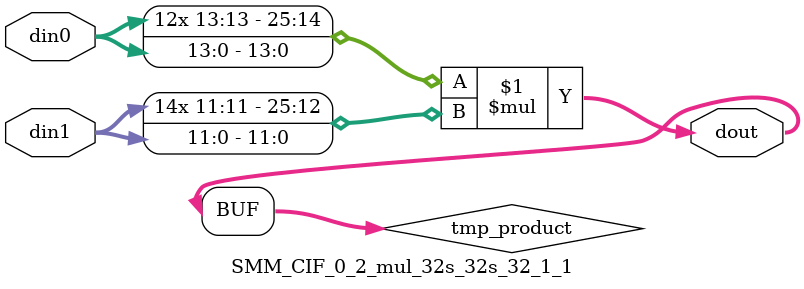
<source format=v>

`timescale 1 ns / 1 ps

  (* use_dsp = "no" *)  module SMM_CIF_0_2_mul_32s_32s_32_1_1(din0, din1, dout);
parameter ID = 1;
parameter NUM_STAGE = 0;
parameter din0_WIDTH = 14;
parameter din1_WIDTH = 12;
parameter dout_WIDTH = 26;

input [din0_WIDTH - 1 : 0] din0; 
input [din1_WIDTH - 1 : 0] din1; 
output [dout_WIDTH - 1 : 0] dout;

wire signed [dout_WIDTH - 1 : 0] tmp_product;













assign tmp_product = $signed(din0) * $signed(din1);








assign dout = tmp_product;







endmodule

</source>
